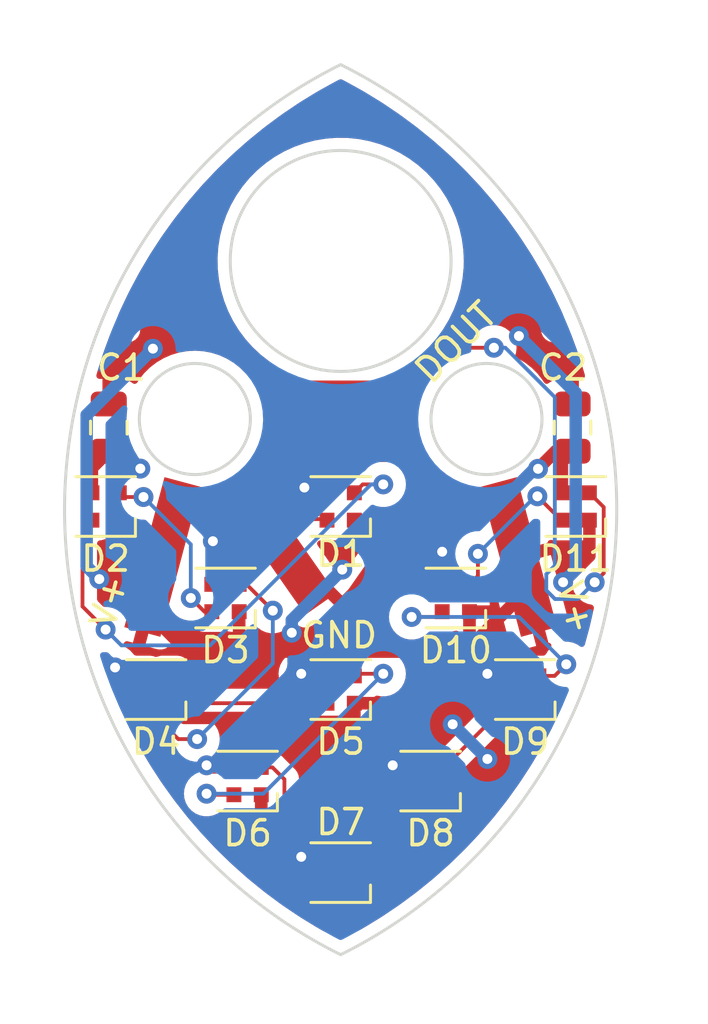
<source format=kicad_pcb>
(kicad_pcb (version 20210228) (generator pcbnew)
  (title_block (title "CCA Voice") (date "2021-05-01") (rev "v1r0") (company "MWS Fabrication"))
  (layers (0 "F.Cu" signal) (31 "B.Cu" signal) (34 "B.Paste" user) (35 "F.Paste" user) (36 "B.SilkS" user "B.Silkscreen") (37 "F.SilkS" user "F.Silkscreen") (38 "B.Mask" user) (39 "F.Mask" user) (44 "Edge.Cuts" user))
  (net 0 "")
  (net 1 "GND")
  (net 2 "/DIN")
  (net 3 "VCC")
  (net 4 "Net-(D1-Pad2)")
  (net 5 "Net-(D2-Pad2)")
  (net 6 "Net-(D3-Pad2)")
  (net 7 "Net-(D4-Pad2)")
  (net 8 "Net-(D5-Pad2)")
  (net 9 "D_WRAP")
  (net 10 "/DOUT")
  (net 11 "Net-(D7-Pad2)")
  (net 12 "Net-(D8-Pad2)")
  (net 13 "Net-(D10-Pad4)")
  (net 14 "Net-(D10-Pad2)")
  (footprint "SMT_24AWG_Pad:SMT_24AWG_Pad" (layer "F.Cu") (at 33.909 44.5516 -55)
    (fp_text reference "TP1")
    (fp_text value "GND")
    (pad "1" smd rect (at 0 0 305) (size 6.25 1.5) (layers "F.Cu" "F.Paste" "F.Mask") (net 1 "GND"))
  )
  (footprint "SK6805_2020:LED_SK6805_2.0x2.0mm" (layer "F.Cu") (at 32.766 54.229)
    (fp_text reference "D6" (at 0 2.1 180) (layer "F.SilkS"))
    (fp_text value "SK6805")
    (fp_line (start -1.2 1.2) (end 1.2 1.2) (layer "F.SilkS") (width 0.12))
    (fp_line (start 1.2 1.2) (end 1.2 0.5) (layer "F.SilkS") (width 0.12))
    (fp_line (start -1.2 -1.2) (end 1.2 -1.2) (layer "F.SilkS") (width 0.12))
    (pad "1" smd rect (at 0.55 0.55) (size 0.6 0.6) (layers "F.Cu" "F.Paste" "F.Mask") (net 3 "VCC"))
    (pad "2" smd rect (at 0.55 -0.55) (size 0.6 0.6) (layers "F.Cu" "F.Paste" "F.Mask") (net 9 "D_WRAP"))
    (pad "3" smd rect (at -0.55 -0.55) (size 0.6 0.6) (layers "F.Cu" "F.Paste" "F.Mask") (net 1 "GND"))
    (pad "4" smd rect (at -0.55 0.55) (size 0.6 0.6) (layers "F.Cu" "F.Paste" "F.Mask") (net 8 "Net-(D5-Pad2)"))
  )
  (footprint "SMT_24AWG_Pad:SMT_24AWG_Pad" (layer "F.Cu") (at 36.5125 38.862)
    (fp_text reference "TP6")
    (fp_text value "DOUT" (at 4.6355 -2.286 45 unlocked) (layer "F.SilkS"))
    (pad "1" smd rect (at 0 0) (size 6.25 1.5) (layers "F.Cu" "F.Paste" "F.Mask") (net 10 "/DOUT"))
  )
  (footprint "SMT_24AWG_Pad:SMT_24AWG_Pad" (layer "F.Cu") (at 29.337 45.212 75)
    (fp_text reference "TP4")
    (fp_text value "V+" (at -2.276206 -1.625254 75 unlocked) (layer "F.SilkS"))
    (pad "1" smd rect (at 0 0 75) (size 6.25 1.5) (layers "F.Cu" "F.Paste" "F.Mask") (net 3 "VCC"))
  )
  (footprint "Fiducial:Fiducial_0.5mm_Mask1mm" (layer "F.Cu") (at 27.94 36.068)
    (fp_text reference "FID2")
    (fp_text value "Fiducial")
    (pad "" smd circle (at 0 0) (size 0.5 0.5) (layers "F.Cu" "F.Mask") (clearance 0.25))
  )
  (footprint "SK6805_2020:LED_SK6805_2.0x2.0mm" (layer "F.Cu") (at 31.877 46.863)
    (fp_text reference "D3" (at 0 2.1 180) (layer "F.SilkS"))
    (fp_text value "SK6805")
    (fp_line (start -1.2 -1.2) (end 1.2 -1.2) (layer "F.SilkS") (width 0.12))
    (fp_line (start -1.2 1.2) (end 1.2 1.2) (layer "F.SilkS") (width 0.12))
    (fp_line (start 1.2 1.2) (end 1.2 0.5) (layer "F.SilkS") (width 0.12))
    (pad "1" smd rect (at 0.55 0.55) (size 0.6 0.6) (layers "F.Cu" "F.Paste" "F.Mask") (net 3 "VCC"))
    (pad "2" smd rect (at 0.55 -0.55) (size 0.6 0.6) (layers "F.Cu" "F.Paste" "F.Mask") (net 6 "Net-(D3-Pad2)"))
    (pad "3" smd rect (at -0.55 -0.55) (size 0.6 0.6) (layers "F.Cu" "F.Paste" "F.Mask") (net 1 "GND"))
    (pad "4" smd rect (at -0.55 0.55) (size 0.6 0.6) (layers "F.Cu" "F.Paste" "F.Mask") (net 5 "Net-(D2-Pad2)"))
  )
  (footprint "Capacitor_SMD:C_0805_2012Metric" (layer "F.Cu") (at 45.847 40.005 -90)
    (fp_text reference "C2" (at -2.413 0.381 180) (layer "F.SilkS"))
    (fp_text value "C_Small")
    (fp_line (start -0.261252 -0.735) (end 0.261252 -0.735) (layer "F.SilkS") (width 0.12))
    (fp_line (start -0.261252 0.735) (end 0.261252 0.735) (layer "F.SilkS") (width 0.12))
    (pad "1" smd roundrect (at -0.95 0 270) (size 1 1.45) (layers "F.Cu" "F.Paste" "F.Mask") (net 3 "VCC"))
    (pad "2" smd roundrect (at 0.95 0 270) (size 1 1.45) (layers "F.Cu" "F.Paste" "F.Mask") (net 1 "GND"))
  )
  (footprint "SK6805_2020:LED_SK6805_2.0x2.0mm" (layer "F.Cu") (at 40.132 54.229)
    (fp_text reference "D8" (at 0 2.1 180) (layer "F.SilkS"))
    (fp_text value "SK6805")
    (fp_line (start -1.2 1.2) (end 1.2 1.2) (layer "F.SilkS") (width 0.12))
    (fp_line (start -1.2 -1.2) (end 1.2 -1.2) (layer "F.SilkS") (width 0.12))
    (fp_line (start 1.2 1.2) (end 1.2 0.5) (layer "F.SilkS") (width 0.12))
    (pad "1" smd rect (at 0.55 0.55) (size 0.6 0.6) (layers "F.Cu" "F.Paste" "F.Mask") (net 3 "VCC"))
    (pad "2" smd rect (at 0.55 -0.55) (size 0.6 0.6) (layers "F.Cu" "F.Paste" "F.Mask") (net 12 "Net-(D8-Pad2)"))
    (pad "3" smd rect (at -0.55 -0.55) (size 0.6 0.6) (layers "F.Cu" "F.Paste" "F.Mask") (net 1 "GND"))
    (pad "4" smd rect (at -0.55 0.55) (size 0.6 0.6) (layers "F.Cu" "F.Paste" "F.Mask") (net 11 "Net-(D7-Pad2)"))
  )
  (footprint "SK6805_2020:LED_SK6805_2.0x2.0mm" (layer "F.Cu") (at 27.051 43.18)
    (fp_text reference "D2" (at 0 2.1 180) (layer "F.SilkS"))
    (fp_text value "SK6805")
    (fp_line (start 1.2 1.2) (end 1.2 0.5) (layer "F.SilkS") (width 0.12))
    (fp_line (start -1.2 -1.2) (end 1.2 -1.2) (layer "F.SilkS") (width 0.12))
    (fp_line (start -1.2 1.2) (end 1.2 1.2) (layer "F.SilkS") (width 0.12))
    (pad "1" smd rect (at 0.55 0.55) (size 0.6 0.6) (layers "F.Cu" "F.Paste" "F.Mask") (net 3 "VCC"))
    (pad "2" smd rect (at 0.55 -0.55) (size 0.6 0.6) (layers "F.Cu" "F.Paste" "F.Mask") (net 5 "Net-(D2-Pad2)"))
    (pad "3" smd rect (at -0.55 -0.55) (size 0.6 0.6) (layers "F.Cu" "F.Paste" "F.Mask") (net 1 "GND"))
    (pad "4" smd rect (at -0.55 0.55) (size 0.6 0.6) (layers "F.Cu" "F.Paste" "F.Mask") (net 4 "Net-(D1-Pad2)"))
  )
  (footprint "SK6805_2020:LED_SK6805_2.0x2.0mm" (layer "F.Cu") (at 36.5125 50.546)
    (fp_text reference "D5" (at 0 2.1 180) (layer "F.SilkS"))
    (fp_text value "SK6805")
    (fp_line (start -1.2 -1.2) (end 1.2 -1.2) (layer "F.SilkS") (width 0.12))
    (fp_line (start -1.2 1.2) (end 1.2 1.2) (layer "F.SilkS") (width 0.12))
    (fp_line (start 1.2 1.2) (end 1.2 0.5) (layer "F.SilkS") (width 0.12))
    (pad "1" smd rect (at 0.55 0.55) (size 0.6 0.6) (layers "F.Cu" "F.Paste" "F.Mask") (net 3 "VCC"))
    (pad "2" smd rect (at 0.55 -0.55) (size 0.6 0.6) (layers "F.Cu" "F.Paste" "F.Mask") (net 8 "Net-(D5-Pad2)"))
    (pad "3" smd rect (at -0.55 -0.55) (size 0.6 0.6) (layers "F.Cu" "F.Paste" "F.Mask") (net 1 "GND"))
    (pad "4" smd rect (at -0.55 0.55) (size 0.6 0.6) (layers "F.Cu" "F.Paste" "F.Mask") (net 7 "Net-(D4-Pad2)"))
  )
  (footprint "SMT_24AWG_Pad:SMT_24AWG_Pad" (layer "F.Cu") (at 36.5125 40.64)
    (fp_text reference "TP5")
    (fp_text value "DIN")
    (pad "1" smd rect (at 0 0) (size 6.25 1.5) (layers "F.Cu" "F.Paste" "F.Mask") (net 2 "/DIN"))
  )
  (footprint "SK6805_2020:LED_SK6805_2.0x2.0mm" (layer "F.Cu") (at 43.942 50.546)
    (fp_text reference "D9" (at 0 2.1 180) (layer "F.SilkS"))
    (fp_text value "SK6805")
    (fp_line (start -1.2 -1.2) (end 1.2 -1.2) (layer "F.SilkS") (width 0.12))
    (fp_line (start 1.2 1.2) (end 1.2 0.5) (layer "F.SilkS") (width 0.12))
    (fp_line (start -1.2 1.2) (end 1.2 1.2) (layer "F.SilkS") (width 0.12))
    (pad "1" smd rect (at 0.55 0.55) (size 0.6 0.6) (layers "F.Cu" "F.Paste" "F.Mask") (net 3 "VCC"))
    (pad "2" smd rect (at 0.55 -0.55) (size 0.6 0.6) (layers "F.Cu" "F.Paste" "F.Mask") (net 13 "Net-(D10-Pad4)"))
    (pad "3" smd rect (at -0.55 -0.55) (size 0.6 0.6) (layers "F.Cu" "F.Paste" "F.Mask") (net 1 "GND"))
    (pad "4" smd rect (at -0.55 0.55) (size 0.6 0.6) (layers "F.Cu" "F.Paste" "F.Mask") (net 12 "Net-(D8-Pad2)"))
  )
  (footprint "Capacitor_SMD:C_0805_2012Metric" (layer "F.Cu") (at 27.178 40.005 -90)
    (fp_text reference "C1" (at -2.413 -0.508 180) (layer "F.SilkS"))
    (fp_text value "C_Small")
    (fp_line (start -0.261252 0.735) (end 0.261252 0.735) (layer "F.SilkS") (width 0.12))
    (fp_line (start -0.261252 -0.735) (end 0.261252 -0.735) (layer "F.SilkS") (width 0.12))
    (pad "1" smd roundrect (at -0.95 0 270) (size 1 1.45) (layers "F.Cu" "F.Paste" "F.Mask") (net 3 "VCC"))
    (pad "2" smd roundrect (at 0.95 0 270) (size 1 1.45) (layers "F.Cu" "F.Paste" "F.Mask") (net 1 "GND"))
  )
  (footprint "SK6805_2020:LED_SK6805_2.0x2.0mm" (layer "F.Cu") (at 29.083 50.546)
    (fp_text reference "D4" (at 0 2.1 180) (layer "F.SilkS"))
    (fp_text value "SK6805")
    (fp_line (start -1.2 1.2) (end 1.2 1.2) (layer "F.SilkS") (width 0.12))
    (fp_line (start -1.2 -1.2) (end 1.2 -1.2) (layer "F.SilkS") (width 0.12))
    (fp_line (start 1.2 1.2) (end 1.2 0.5) (layer "F.SilkS") (width 0.12))
    (pad "1" smd rect (at 0.55 0.55) (size 0.6 0.6) (layers "F.Cu" "F.Paste" "F.Mask") (net 3 "VCC"))
    (pad "2" smd rect (at 0.55 -0.55) (size 0.6 0.6) (layers "F.Cu" "F.Paste" "F.Mask") (net 7 "Net-(D4-Pad2)"))
    (pad "3" smd rect (at -0.55 -0.55) (size 0.6 0.6) (layers "F.Cu" "F.Paste" "F.Mask") (net 1 "GND"))
    (pad "4" smd rect (at -0.55 0.55) (size 0.6 0.6) (layers "F.Cu" "F.Paste" "F.Mask") (net 6 "Net-(D3-Pad2)"))
  )
  (footprint "SK6805_2020:LED_SK6805_2.0x2.0mm" (layer "F.Cu") (at 41.148 46.863)
    (fp_text reference "D10" (at 0 2.1 180) (layer "F.SilkS"))
    (fp_text value "SK6805")
    (fp_line (start -1.2 1.2) (end 1.2 1.2) (layer "F.SilkS") (width 0.12))
    (fp_line (start 1.2 1.2) (end 1.2 0.5) (layer "F.SilkS") (width 0.12))
    (fp_line (start -1.2 -1.2) (end 1.2 -1.2) (layer "F.SilkS") (width 0.12))
    (pad "1" smd rect (at 0.55 0.55) (size 0.6 0.6) (layers "F.Cu" "F.Paste" "F.Mask") (net 3 "VCC"))
    (pad "2" smd rect (at 0.55 -0.55) (size 0.6 0.6) (layers "F.Cu" "F.Paste" "F.Mask") (net 14 "Net-(D10-Pad2)"))
    (pad "3" smd rect (at -0.55 -0.55) (size 0.6 0.6) (layers "F.Cu" "F.Paste" "F.Mask") (net 1 "GND"))
    (pad "4" smd rect (at -0.55 0.55) (size 0.6 0.6) (layers "F.Cu" "F.Paste" "F.Mask") (net 13 "Net-(D10-Pad4)"))
  )
  (footprint "Fiducial:Fiducial_0.5mm_Mask1mm" (layer "F.Cu") (at 36.5125 60.198)
    (fp_text reference "FID1")
    (fp_text value "Fiducial")
    (pad "" smd circle (at 0 0) (size 0.5 0.5) (layers "F.Cu" "F.Mask") (clearance 0.25))
  )
  (footprint "SK6805_2020:LED_SK6805_2.0x2.0mm" (layer "F.Cu") (at 36.5125 43.18)
    (fp_text reference "D1" (at 0 1.905 180) (layer "F.SilkS"))
    (fp_text value "SK6805")
    (fp_line (start -1.2 1.2) (end 1.2 1.2) (layer "F.SilkS") (width 0.12))
    (fp_line (start 1.2 1.2) (end 1.2 0.5) (layer "F.SilkS") (width 0.12))
    (fp_line (start -1.2 -1.2) (end 1.2 -1.2) (layer "F.SilkS") (width 0.12))
    (pad "1" smd rect (at 0.55 0.55) (size 0.6 0.6) (layers "F.Cu" "F.Paste" "F.Mask") (net 3 "VCC"))
    (pad "2" smd rect (at 0.55 -0.55) (size 0.6 0.6) (layers "F.Cu" "F.Paste" "F.Mask") (net 4 "Net-(D1-Pad2)"))
    (pad "3" smd rect (at -0.55 -0.55) (size 0.6 0.6) (layers "F.Cu" "F.Paste" "F.Mask") (net 1 "GND"))
    (pad "4" smd rect (at -0.55 0.55) (size 0.6 0.6) (layers "F.Cu" "F.Paste" "F.Mask") (net 2 "/DIN"))
  )
  (footprint "SMT_24AWG_Pad:SMT_24AWG_Pad" (layer "F.Cu") (at 43.688 45.212 -75)
    (fp_text reference "TP3")
    (fp_text value "V+" (at 2.554422 -1.682186 -75 unlocked) (layer "F.SilkS"))
    (pad "1" smd rect (at 0 0 285) (size 6.25 1.5) (layers "F.Cu" "F.Paste" "F.Mask") (net 3 "VCC"))
  )
  (footprint "Fiducial:Fiducial_0.5mm_Mask1mm" (layer "F.Cu") (at 45.085 36.068)
    (fp_text reference "FID3")
    (fp_text value "Fiducial")
    (pad "" smd circle (at 0 0) (size 0.5 0.5) (layers "F.Cu" "F.Mask") (clearance 0.25))
  )
  (footprint "SK6805_2020:LED_SK6805_2.0x2.0mm" (layer "F.Cu") (at 36.5125 57.912)
    (fp_text reference "D7" (at 0 -2.032 180) (layer "F.SilkS"))
    (fp_text value "SK6805")
    (fp_line (start -1.2 1.2) (end 1.2 1.2) (layer "F.SilkS") (width 0.12))
    (fp_line (start -1.2 -1.2) (end 1.2 -1.2) (layer "F.SilkS") (width 0.12))
    (fp_line (start 1.2 1.2) (end 1.2 0.5) (layer "F.SilkS") (width 0.12))
    (pad "1" smd rect (at 0.55 0.55) (size 0.6 0.6) (layers "F.Cu" "F.Paste" "F.Mask") (net 3 "VCC"))
    (pad "2" smd rect (at 0.55 -0.55) (size 0.6 0.6) (layers "F.Cu" "F.Paste" "F.Mask") (net 11 "Net-(D7-Pad2)"))
    (pad "3" smd rect (at -0.55 -0.55) (size 0.6 0.6) (layers "F.Cu" "F.Paste" "F.Mask") (net 1 "GND"))
    (pad "4" smd rect (at -0.55 0.55) (size 0.6 0.6) (layers "F.Cu" "F.Paste" "F.Mask") (net 9 "D_WRAP"))
  )
  (footprint "SK6805_2020:LED_SK6805_2.0x2.0mm" (layer "F.Cu") (at 45.974 43.18)
    (fp_text reference "D11" (at 0 2.1 180) (layer "F.SilkS"))
    (fp_text value "SK6805")
    (fp_line (start -1.2 -1.2) (end 1.2 -1.2) (layer "F.SilkS") (width 0.12))
    (fp_line (start -1.2 1.2) (end 1.2 1.2) (layer "F.SilkS") (width 0.12))
    (fp_line (start 1.2 1.2) (end 1.2 0.5) (layer "F.SilkS") (width 0.12))
    (pad "1" smd rect (at 0.55 0.55) (size 0.6 0.6) (layers "F.Cu" "F.Paste" "F.Mask") (net 3 "VCC"))
    (pad "2" smd rect (at 0.55 -0.55) (size 0.6 0.6) (layers "F.Cu" "F.Paste" "F.Mask") (net 10 "/DOUT"))
    (pad "3" smd rect (at -0.55 -0.55) (size 0.6 0.6) (layers "F.Cu" "F.Paste" "F.Mask") (net 1 "GND"))
    (pad "4" smd rect (at -0.55 0.55) (size 0.6 0.6) (layers "F.Cu" "F.Paste" "F.Mask") (net 14 "Net-(D10-Pad2)"))
  )
  (footprint "SMT_24AWG_Pad:SMT_24AWG_Pad" (layer "F.Cu") (at 39.116 44.5516 55)
    (fp_text reference "TP2")
    (fp_text value "GND" (at -4.650698 0.000648 unlocked) (layer "F.SilkS"))
    (pad "1" smd rect (at 0 0 55) (size 6.25 1.5) (layers "F.Cu" "F.Paste" "F.Mask") (net 1 "GND"))
  )
  (gr_arc (start 45.382143 43.307) (end 36.5125 25.4) (angle -127.3) (layer "Edge.Cuts") (width 0.12))
  (gr_circle (center 42.382008 39.659992) (end 44.617208 39.659992) (layer "Edge.Cuts") (width 0.12) (fill none))
  (gr_circle (center 30.642992 39.659992) (end 32.878192 39.659992) (layer "Edge.Cuts") (width 0.12) (fill none))
  (gr_circle (center 36.5125 33.3) (end 40.9575 33.3) (layer "Edge.Cuts") (width 0.12) (fill none))
  (gr_arc (start 27.642857 43.307) (end 36.5125 25.4) (angle 127.3) (layer "Edge.Cuts") (width 0.12))
  (segment (start 40.598 45) (end 40.1496 44.5516) (width 0.5) (layer "F.Cu") (net 1))
  (segment (start 43.392 49.996) (end 42.503 49.996) (width 0.5) (layer "F.Cu") (net 1))
  (segment (start 27.771 49.996) (end 27.432 49.657) (width 0.5) (layer "F.Cu") (net 1))
  (segment (start 27.178 40.955) (end 27.747 40.955) (width 0.5) (layer "F.Cu") (net 1))
  (segment (start 27.747 40.955) (end 28.448 41.656) (width 0.5) (layer "F.Cu") (net 1))
  (segment (start 31.2 53.679) (end 31.115 53.594) (width 0.5) (layer "F.Cu") (net 1))
  (segment (start 40.1496 44.5516) (end 39.116 44.5516) (width 0.5) (layer "F.Cu") (net 1))
  (segment (start 45.847 40.955) (end 45.165511 40.955) (width 0.5) (layer "F.Cu") (net 1))
  (segment (start 45.424 42.63) (end 45.424 41.378) (width 0.5) (layer "F.Cu") (net 1))
  (segment (start 42.503 49.996) (end 42.418 49.911) (width 0.5) (layer "F.Cu") (net 1))
  (segment (start 39.582 53.679) (end 38.693 53.679) (width 0.5) (layer "F.Cu") (net 1))
  (segment (start 35.9625 42.63) (end 35.264 42.63) (width 0.5) (layer "F.Cu") (net 1))
  (segment (start 39.116 44.577) (end 39.116 44.5516) (width 0.5) (layer "F.Cu") (net 1))
  (segment (start 35.264 42.63) (end 35.052 42.418) (width 0.5) (layer "F.Cu") (net 1))
  (segment (start 38.693 53.679) (end 38.608 53.594) (width 0.5) (layer "F.Cu") (net 1))
  (segment (start 33.909 44.5516) (end 31.3944 44.5516) (width 0.5) (layer "F.Cu") (net 1))
  (segment (start 35.9625 49.996) (end 35.01 49.996) (width 0.5) (layer "F.Cu") (net 1))
  (segment (start 36.576 47.117) (end 39.116 44.577) (width 0.5) (layer "F.Cu") (net 1))
  (segment (start 31.369 44.577) (end 31.327 44.619) (width 0.5) (layer "F.Cu") (net 1))
  (segment (start 31.3944 44.5516) (end 31.369 44.577) (width 0.5) (layer "F.Cu") (net 1))
  (segment (start 35.01 49.996) (end 34.925 49.911) (width 0.5) (layer "F.Cu") (net 1))
  (segment (start 34.0106 44.5516) (end 36.576 47.117) (width 0.5) (layer "F.Cu") (net 1))
  (segment (start 26.501 42.63) (end 26.501 41.632) (width 0.5) (layer "F.Cu") (net 1))
  (segment (start 32.216 53.679) (end 31.2 53.679) (width 0.5) (layer "F.Cu") (net 1))
  (segment (start 31.327 44.619) (end 31.327 46.313) (width 0.5) (layer "F.Cu") (net 1))
  (segment (start 28.533 49.996) (end 27.771 49.996) (width 0.5) (layer "F.Cu") (net 1))
  (segment (start 40.598 46.313) (end 40.598 45) (width 0.5) (layer "F.Cu") (net 1))
  (segment (start 45.165511 40.955) (end 44.456673 41.663838) (width 0.5) (layer "F.Cu") (net 1))
  (segment (start 35.9625 57.362) (end 35.01 57.362) (width 0.5) (layer "F.Cu") (net 1))
  (segment (start 35.01 57.362) (end 34.925 57.277) (width 0.5) (layer "F.Cu") (net 1))
  (segment (start 33.909 44.5516) (end 34.0106 44.5516) (width 0.5) (layer "F.Cu") (net 1))
  (segment (start 26.501 41.632) (end 27.178 40.955) (width 0.5) (layer "F.Cu") (net 1))
  (segment (start 45.424 41.378) (end 45.847 40.955) (width 0.5) (layer "F.Cu") (net 1))
  (via (at 27.432 49.657) (size 0.8) (drill 0.4) (layers "F.Cu" "B.Cu") (net 1))
  (via (at 31.369 44.577) (size 0.8) (drill 0.4) (layers "F.Cu" "B.Cu") (net 1))
  (via (at 28.448 41.656) (size 0.8) (drill 0.4) (layers "F.Cu" "B.Cu") (net 1))
  (via (at 31.115 53.594) (size 0.8) (drill 0.4) (layers "F.Cu" "B.Cu") (net 1))
  (via (at 34.925 49.911) (size 0.8) (drill 0.4) (layers "F.Cu" "B.Cu") (net 1))
  (via (at 35.052 42.418) (size 0.8) (drill 0.4) (layers "F.Cu" "B.Cu") (net 1))
  (via (at 44.456673 41.663838) (size 0.8) (drill 0.4) (layers "F.Cu" "B.Cu") (net 1))
  (via (at 34.925 57.277) (size 0.8) (drill 0.4) (layers "F.Cu" "B.Cu") (net 1))
  (via (at 38.608 53.594) (size 0.8) (drill 0.4) (layers "F.Cu" "B.Cu") (net 1))
  (via (at 42.418 49.911) (size 0.8) (drill 0.4) (layers "F.Cu" "B.Cu") (net 1))
  (via (at 40.598 45) (size 0.8) (drill 0.4) (layers "F.Cu" "B.Cu") (net 1))
  (segment (start 41.021 43.434) (end 40.598 43.857) (width 0.5) (layer "B.Cu") (net 1))
  (segment (start 44.456673 41.663838) (end 44.315162 41.663838) (width 0.5) (layer "B.Cu") (net 1))
  (segment (start 42.545 43.434) (end 41.021 43.434) (width 0.5) (layer "B.Cu") (net 1))
  (segment (start 40.598 43.857) (end 40.598 45) (width 0.5) (layer "B.Cu") (net 1))
  (segment (start 44.315162 41.663838) (end 42.545 43.434) (width 0.5) (layer "B.Cu") (net 1))
  (segment (start 35.687 40.64) (end 34.29 42.037) (width 0.1524) (layer "F.Cu") (net 2))
  (segment (start 34.29 42.656793) (end 35.321207 43.688) (width 0.1524) (layer "F.Cu") (net 2))
  (segment (start 35.321207 43.688) (end 35.9205 43.688) (width 0.1524) (layer "F.Cu") (net 2))
  (segment (start 35.9205 43.688) (end 35.9625 43.73) (width 0.1524) (layer "F.Cu") (net 2))
  (segment (start 34.29 42.037) (end 34.29 42.656793) (width 0.1524) (layer "F.Cu") (net 2))
  (segment (start 36.5125 40.64) (end 35.687 40.64) (width 0.1524) (layer "F.Cu") (net 2))
  (segment (start 29.633 51.096) (end 30.226 51.689) (width 0.5) (layer "F.Cu") (net 3))
  (segment (start 30.353 49.022) (end 29.337 48.006) (width 0.5) (layer "F.Cu") (net 3))
  (segment (start 37.0625 51.40602) (end 37.0625 51.096) (width 0.5) (layer "F.Cu") (net 3))
  (segment (start 46.524 43.73) (end 46.524 45.17) (width 0.5) (layer "F.Cu") (net 3))
  (segment (start 35.212489 51.689) (end 35.212489 51.756009) (width 0.5) (layer "F.Cu") (net 3))
  (segment (start 43.688 45.212) (end 43.688 46.863) (width 0.5) (layer "F.Cu") (net 3))
  (segment (start 41.529 49.022) (end 30.353 49.022) (width 0.5) (layer "F.Cu") (net 3))
  (segment (start 35.302491 51.846011) (end 36.622509 51.846011) (width 0.5) (layer "F.Cu") (net 3))
  (segment (start 35.212489 51.756009) (end 35.302491 51.846011) (width 0.5) (layer "F.Cu") (net 3))
  (segment (start 43.688 46.863) (end 41.529 49.022) (width 0.5) (layer "F.Cu") (net 3))
  (segment (start 36.622509 51.846011) (end 37.0625 51.40602) (width 0.5) (layer "F.Cu") (net 3))
  (segment (start 30.226 51.689) (end 35.212489 51.689) (width 0.5) (layer "F.Cu") (net 3))
  (segment (start 46.524 45.17) (end 45.466 46.228) (width 0.5) (layer "F.Cu") (net 3))
  (segment (start 29.337 48.006) (end 29.337 45.212) (width 0.5) (layer "F.Cu") (net 3))
  (via (at 43.688 36.322) (size 0.8) (drill 0.4) (layers "F.Cu" "B.Cu") (net 3))
  (via (at 34.544 48.26) (size 0.8) (drill 0.4) (layers "F.Cu" "B.Cu") (net 3))
  (via (at 36.576 45.72) (size 0.8) (drill 0.4) (layers "F.Cu" "B.Cu") (net 3))
  (via (at 41.021 51.943) (size 0.8) (drill 0.4) (layers "F.Cu" "B.Cu") (net 3))
  (via (at 28.956 36.83) (size 0.8) (drill 0.4) (layers "F.Cu" "B.Cu") (net 3))
  (via (at 42.418 53.34) (size 0.8) (drill 0.4) (layers "F.Cu" "B.Cu") (net 3))
  (via (at 26.797 46.101) (size 0.8) (drill 0.4) (layers "F.Cu" "B.Cu") (net 3))
  (via (at 45.466 46.228) (size 0.8) (drill 0.4) (layers "F.Cu" "B.Cu") (net 3))
  (segment (start 34.544 47.752) (end 36.576 45.72) (width 0.5) (layer "B.Cu") (net 3))
  (segment (start 45.974 45.72) (end 45.974 38.608) (width 0.5) (layer "B.Cu") (net 3))
  (segment (start 28.956 36.83) (end 26.289 39.497) (width 0.5) (layer "B.Cu") (net 3))
  (segment (start 42.418 53.34) (end 41.021 51.943) (width 0.5) (layer "B.Cu") (net 3))
  (segment (start 45.466 46.228) (end 45.974 45.72) (width 0.5) (layer "B.Cu") (net 3))
  (segment (start 26.289 45.593) (end 26.797 46.101) (width 0.5) (layer "B.Cu") (net 3))
  (segment (start 34.544 48.26) (end 34.544 47.752) (width 0.5) (layer "B.Cu") (net 3))
  (segment (start 26.289 39.497) (end 26.289 45.593) (width 0.5) (layer "B.Cu") (net 3))
  (segment (start 45.974 38.608) (end 43.688 36.322) (width 0.5) (layer "B.Cu") (net 3))
  (segment (start 26.120789 46.821789) (end 26.120789 47.202789) (width 0.1524) (layer "F.Cu") (net 4))
  (segment (start 37.4015 42.291) (end 37.0625 42.63) (width 0.1524) (layer "F.Cu") (net 4))
  (segment (start 38.227 42.291) (end 37.4015 42.291) (width 0.1524) (layer "F.Cu") (net 4))
  (segment (start 26.501 43.73) (end 26.120789 44.110211) (width 0.1524) (layer "F.Cu") (net 4))
  (segment (start 26.120789 46.440789) (end 26.120789 46.821789) (width 0.1524) (layer "F.Cu") (net 4))
  (segment (start 26.120789 44.110211) (end 26.120789 46.440789) (width 0.1524) (layer "F.Cu") (net 4))
  (segment (start 26.120789 47.202789) (end 27.051 48.133) (width 0.1524) (layer "F.Cu") (net 4))
  (via (at 27.051 48.133) (size 0.8) (drill 0.4) (layers "F.Cu" "B.Cu") (net 4))
  (via (at 38.227 42.291) (size 0.8) (drill 0.4) (layers "F.Cu" "B.Cu") (net 4))
  (segment (start 27.686 48.768) (end 31.257207 48.768) (width 0.1524) (layer "B.Cu") (net 4))
  (segment (start 37.734207 42.291) (end 38.227 42.291) (width 0.1524) (layer "B.Cu") (net 4))
  (segment (start 31.257207 48.768) (end 37.734207 42.291) (width 0.1524) (layer "B.Cu") (net 4))
  (segment (start 27.051 48.133) (end 27.686 48.768) (width 0.1524) (layer "B.Cu") (net 4))
  (segment (start 31.03 47.413) (end 30.48 46.863) (width 0.1524) (layer "F.Cu") (net 5))
  (segment (start 31.327 47.413) (end 31.03 47.413) (width 0.1524) (layer "F.Cu") (net 5))
  (segment (start 27.77 42.799) (end 27.601 42.63) (width 0.1524) (layer "F.Cu") (net 5))
  (segment (start 28.575 42.799) (end 27.77 42.799) (width 0.1524) (layer "F.Cu") (net 5))
  (via (at 28.575 42.799) (size 0.8) (drill 0.4) (layers "F.Cu" "B.Cu") (net 5))
  (via (at 30.48 46.863) (size 0.8) (drill 0.4) (layers "F.Cu" "B.Cu") (net 5))
  (segment (start 30.48 44.704) (end 28.575 42.799) (width 0.1524) (layer "B.Cu") (net 5))
  (segment (start 30.48 46.863) (end 30.48 44.704) (width 0.1524) (layer "B.Cu") (net 5))
  (segment (start 29.976 52.539) (end 30.734 52.539) (width 0.1524) (layer "F.Cu") (net 6))
  (segment (start 33.782 47.371) (end 32.724 46.313) (width 0.1524) (layer "F.Cu") (net 6))
  (segment (start 28.533 51.096) (end 29.976 52.539) (width 0.1524) (layer "F.Cu") (net 6))
  (segment (start 32.724 46.313) (end 32.427 46.313) (width 0.1524) (layer "F.Cu") (net 6))
  (via (at 33.782 47.371) (size 0.8) (drill 0.4) (layers "F.Cu" "B.Cu") (net 6))
  (via (at 30.734 52.539) (size 0.8) (drill 0.4) (layers "F.Cu" "B.Cu") (net 6))
  (segment (start 30.734 52.539) (end 33.782 49.491) (width 0.1524) (layer "B.Cu") (net 6))
  (segment (start 33.782 49.491) (end 33.782 47.371) (width 0.1524) (layer "B.Cu") (net 6))
  (segment (start 35.9625 51.096) (end 30.733 51.096) (width 0.1524) (layer "F.Cu") (net 7))
  (segment (start 30.733 51.096) (end 29.633 49.996) (width 0.1524) (layer "F.Cu") (net 7))
  (segment (start 32.216 54.779) (end 31.157 54.779) (width 0.1524) (layer "F.Cu") (net 8))
  (segment (start 31.157 54.779) (end 31.115 54.737) (width 0.1524) (layer "F.Cu") (net 8))
  (segment (start 38.227 49.911) (end 37.1475 49.911) (width 0.1524) (layer "F.Cu") (net 8))
  (segment (start 37.1475 49.911) (end 37.0625 49.996) (width 0.1524) (layer "F.Cu") (net 8))
  (via (at 31.115 54.737) (size 0.8) (drill 0.4) (layers "F.Cu" "B.Cu") (net 8))
  (via (at 38.227 49.911) (size 0.8) (drill 0.4) (layers "F.Cu" "B.Cu") (net 8))
  (segment (start 33.401 54.737) (end 38.227 49.911) (width 0.1524) (layer "B.Cu") (net 8))
  (segment (start 31.115 54.737) (end 33.401 54.737) (width 0.1524) (layer "B.Cu") (net 8))
  (segment (start 35.8775 58.547) (end 35.9625 58.462) (width 0.1524) (layer "F.Cu") (net 9))
  (segment (start 33.7684 53.679) (end 34.248789 54.159389) (width 0.1524) (layer "F.Cu") (net 9))
  (segment (start 35.194207 58.547) (end 35.8775 58.547) (width 0.1524) (layer "F.Cu") (net 9))
  (segment (start 33.316 53.679) (end 33.7684 53.679) (width 0.1524) (layer "F.Cu") (net 9))
  (segment (start 34.248789 54.159389) (end 34.248789 57.601582) (width 0.1524) (layer "F.Cu") (net 9))
  (segment (start 34.248789 57.601582) (end 35.194207 58.547) (width 0.1524) (layer "F.Cu") (net 9))
  (segment (start 47.100211 45.863789) (end 46.736 46.228) (width 0.1524) (layer "F.Cu") (net 10))
  (segment (start 47.100211 43.206211) (end 47.100211 45.863789) (width 0.1524) (layer "F.Cu") (net 10))
  (segment (start 36.5125 38.862) (end 38.608 38.862) (width 0.1524) (layer "F.Cu") (net 10))
  (segment (start 46.524 42.63) (end 47.100211 43.206211) (width 0.1524) (layer "F.Cu") (net 10))
  (segment (start 38.862 38.862) (end 40.931249 36.792751) (width 0.1524) (layer "F.Cu") (net 10))
  (segment (start 40.931249 36.792751) (end 42.680339 36.792751) (width 0.1524) (layer "F.Cu") (net 10))
  (segment (start 36.5125 38.862) (end 38.862 38.862) (width 0.1524) (layer "F.Cu") (net 10))
  (via (at 46.736 46.228) (size 0.8) (drill 0.4) (layers "F.Cu" "B.Cu") (net 10))
  (via (at 42.680339 36.792751) (size 0.8) (drill 0.4) (layers "F.Cu" "B.Cu") (net 10))
  (segment (start 43.142751 36.792751) (end 42.680339 36.792751) (width 0.1524) (layer "B.Cu") (net 10))
  (segment (start 44.789789 45.903418) (end 45.132884 45.560323) (width 0.1524) (layer "B.Cu") (net 10))
  (segment (start 46.736 46.228) (end 46.059789 46.904211) (width 0.1524) (layer "B.Cu") (net 10))
  (segment (start 45.141418 46.904211) (end 44.789789 46.552582) (width 0.1524) (layer "B.Cu") (net 10))
  (segment (start 45.132884 45.560323) (end 45.132884 38.782884) (width 0.1524) (layer "B.Cu") (net 10))
  (segment (start 44.789789 46.552582) (end 44.789789 45.903418) (width 0.1524) (layer "B.Cu") (net 10))
  (segment (start 46.059789 46.904211) (end 45.141418 46.904211) (width 0.1524) (layer "B.Cu") (net 10))
  (segment (start 45.132884 38.782884) (end 43.142751 36.792751) (width 0.1524) (layer "B.Cu") (net 10))
  (segment (start 37.0625 57.2985) (end 39.582 54.779) (width 0.1524) (layer "F.Cu") (net 11))
  (segment (start 37.0625 57.362) (end 37.0625 57.2985) (width 0.1524) (layer "F.Cu") (net 11))
  (segment (start 40.682 53.679) (end 43.265 51.096) (width 0.1524) (layer "F.Cu") (net 12))
  (segment (start 43.265 51.096) (end 43.392 51.096) (width 0.1524) (layer "F.Cu") (net 12))
  (segment (start 45.127 49.996) (end 45.593 49.53) (width 0.1524) (layer "F.Cu") (net 13))
  (segment (start 40.386 47.625) (end 40.598 47.413) (width 0.1524) (layer "F.Cu") (net 13))
  (segment (start 44.492 49.996) (end 45.127 49.996) (width 0.1524) (layer "F.Cu") (net 13))
  (segment (start 39.37 47.625) (end 40.386 47.625) (width 0.1524) (layer "F.Cu") (net 13))
  (via (at 39.37 47.625) (size 0.8) (drill 0.4) (layers "F.Cu" "B.Cu") (net 13))
  (via (at 45.593 49.53) (size 0.8) (drill 0.4) (layers "F.Cu" "B.Cu") (net 13))
  (segment (start 45.593 49.53) (end 43.688 47.625) (width 0.1524) (layer "B.Cu") (net 13))
  (segment (start 43.688 47.625) (end 39.37 47.625) (width 0.1524) (layer "B.Cu") (net 13))
  (segment (start 45.424 43.73) (end 45.391302 43.73) (width 0.1524) (layer "F.Cu") (net 14))
  (segment (start 42.037 45.974) (end 41.698 46.313) (width 0.1524) (layer "F.Cu") (net 14))
  (segment (start 45.391302 43.73) (end 44.431287 42.769985) (width 0.1524) (layer "F.Cu") (net 14))
  (segment (start 42.037 45.085) (end 42.037 45.974) (width 0.1524) (layer "F.Cu") (net 14))
  (via (at 44.431287 42.769985) (size 0.8) (drill 0.4) (layers "F.Cu" "B.Cu") (net 14))
  (via (at 42.037 45.085) (size 0.8) (drill 0.4) (layers "F.Cu" "B.Cu") (net 14))
  (segment (start 44.352015 42.769985) (end 42.037 45.085) (width 0.1524) (layer "B.Cu") (net 14))
  (segment (start 44.431287 42.769985) (end 44.352015 42.769985) (width 0.1524) (layer "B.Cu") (net 14))
  (zone (net 3) (net_name "VCC") (layer "F.Cu") (connect_pads (clearance 0.508)) (min_thickness 0.254) (fill yes (thermal_gap 0.508) (thermal_bridge_width 0.508))
    (polygon (pts (xy 51.308 64.008) (xy 23.368 64.008) (xy 23.368 23.368) (xy 51.308 23.368)))
  )
  (zone (net 1) (net_name "GND") (layer "B.Cu") (connect_pads (clearance 0.508)) (min_thickness 0.254) (fill yes (thermal_gap 0.508) (thermal_bridge_width 0.508))
    (polygon (pts (xy 50.8 63.5) (xy 22.86 63.5) (xy 22.86 22.86) (xy 50.8 22.86)))
  )
)
</source>
